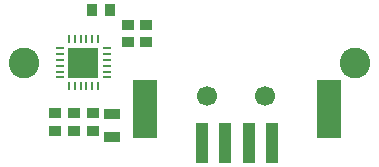
<source format=gts>
G04 #@! TF.GenerationSoftware,KiCad,Pcbnew,5.1.9-73d0e3b20d~88~ubuntu18.04.1*
G04 #@! TF.CreationDate,2021-04-05T21:15:54-07:00*
G04 #@! TF.ProjectId,accelgyro_mpu6050_d2r3,61636365-6c67-4797-926f-5f6d70753630,rev?*
G04 #@! TF.SameCoordinates,Original*
G04 #@! TF.FileFunction,Soldermask,Top*
G04 #@! TF.FilePolarity,Negative*
%FSLAX46Y46*%
G04 Gerber Fmt 4.6, Leading zero omitted, Abs format (unit mm)*
G04 Created by KiCad (PCBNEW 5.1.9-73d0e3b20d~88~ubuntu18.04.1) date 2021-04-05 21:15:54*
%MOMM*%
%LPD*%
G01*
G04 APERTURE LIST*
%ADD10C,2.600000*%
%ADD11R,1.000760X0.899160*%
%ADD12R,0.899160X1.000760*%
%ADD13R,2.499360X2.499360*%
%ADD14O,0.800100X0.248920*%
%ADD15O,0.248920X0.800100*%
%ADD16R,1.397000X0.889000*%
%ADD17C,1.700000*%
%ADD18R,1.120000X3.390000*%
%ADD19R,2.000000X5.000000*%
G04 APERTURE END LIST*
D10*
X138000000Y-100000000D03*
X166000000Y-100000000D03*
D11*
X140600000Y-105751840D03*
X140600000Y-104248160D03*
D12*
X145251840Y-95500000D03*
X143748160Y-95500000D03*
D11*
X142200000Y-105751840D03*
X142200000Y-104248160D03*
X143800000Y-105751840D03*
X143800000Y-104248160D03*
D13*
X143000000Y-100000000D03*
D14*
X141001020Y-98750320D03*
X141001020Y-99250700D03*
X141001020Y-99751080D03*
X141001020Y-100248920D03*
X141001020Y-100749300D03*
X141001020Y-101249680D03*
D15*
X141750320Y-101998980D03*
X142250700Y-101998980D03*
X142751080Y-101998980D03*
X143248920Y-101998980D03*
X143749300Y-101998980D03*
X144249680Y-101998980D03*
D14*
X144998980Y-101249680D03*
X144998980Y-100749300D03*
X144998980Y-100248920D03*
X144998980Y-99751080D03*
X144998980Y-99250700D03*
X144998980Y-98750320D03*
D15*
X144249680Y-98001020D03*
X143749300Y-98001020D03*
X143248920Y-98001020D03*
X142751080Y-98001020D03*
X142250700Y-98001020D03*
X141750320Y-98001020D03*
D16*
X145400000Y-104347500D03*
X145400000Y-106252500D03*
D11*
X146812000Y-96784160D03*
X146812000Y-98287840D03*
X148336000Y-98287840D03*
X148336000Y-96784160D03*
D17*
X158400000Y-102800000D03*
D18*
X155000000Y-106800000D03*
X157000000Y-106800000D03*
X159000000Y-106800000D03*
X153000000Y-106800000D03*
D17*
X153500000Y-102800000D03*
D19*
X163800000Y-103900000D03*
X148200000Y-103900000D03*
M02*

</source>
